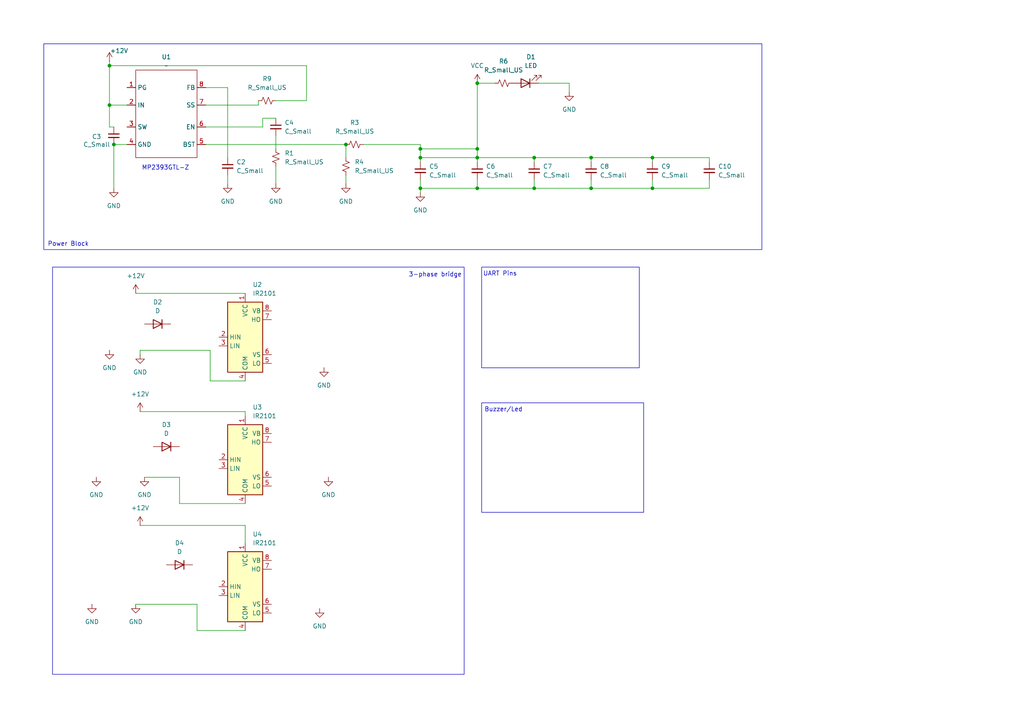
<source format=kicad_sch>
(kicad_sch (version 20250114) (generator "eeschema") (generator_version "9.0")
  (paper "A4")
  (lib_symbols
    (symbol "Device:C_Small" (pin_numbers (hide yes)) (pin_names (offset 0.254) (hide yes))
      (property "Reference" "C" (at 0.254 1.778 0))
      (property "Value" "C_Small" (at 0.254 -2.032 0))
      (symbol "C_Small_0_1"
        (polyline (pts (xy -1.524 0.508) (xy 1.524 0.508)) (stroke (width 0.3048)))
        (polyline (pts (xy -1.524 -0.508) (xy 1.524 -0.508)) (stroke (width 0.3302)))
      )
      (symbol "C_Small_1_1"
        (pin passive line (at 0 2.54 270) (length 2.032) (name "~") (number "1"))
        (pin passive line (at 0 -2.54 90) (length 2.032) (name "~") (number "2"))
      )
    )
    (symbol "Device:D" (pin_numbers (hide yes)) (pin_names (offset 1.016) (hide yes))
      (property "Reference" "D" (at 0 2.54 0))
      (property "Value" "D" (at 0 -2.54 0))
      (symbol "D_0_1"
        (polyline (pts (xy -1.27 1.27) (xy -1.27 -1.27)) (stroke (width 0.254)))
        (polyline (pts (xy 1.27 1.27) (xy 1.27 -1.27) (xy -1.27 0) (xy 1.27 1.27)) (stroke (width 0.254)))
        (polyline (pts (xy 1.27 0) (xy -1.27 0)))
      )
      (symbol "D_1_1"
        (pin passive line (at -3.81 0 0) (length 2.54) (name "K") (number "1"))
        (pin passive line (at 3.81 0 180) (length 2.54) (name "A") (number "2"))
      )
    )
    (symbol "Device:LED" (pin_numbers (hide yes)) (pin_names (offset 1.016) (hide yes))
      (property "Reference" "D" (at 0 2.54 0))
      (property "Value" "LED" (at 0 -2.54 0))
      (symbol "LED_0_1"
        (polyline (pts (xy -3.048 -0.762) (xy -4.572 -2.286) (xy -3.81 -2.286) (xy -4.572 -2.286) (xy -4.572 -1.524)))
        (polyline (pts (xy -1.778 -0.762) (xy -3.302 -2.286) (xy -2.54 -2.286) (xy -3.302 -2.286) (xy -3.302 -1.524)))
        (polyline (pts (xy -1.27 0) (xy 1.27 0)))
        (polyline (pts (xy -1.27 -1.27) (xy -1.27 1.27)) (stroke (width 0.254)))
        (polyline (pts (xy 1.27 -1.27) (xy 1.27 1.27) (xy -1.27 0) (xy 1.27 -1.27)) (stroke (width 0.254)))
      )
      (symbol "LED_1_1"
        (pin passive line (at -3.81 0 0) (length 2.54) (name "K") (number "1"))
        (pin passive line (at 3.81 0 180) (length 2.54) (name "A") (number "2"))
      )
    )
    (symbol "Device:R_Small_US" (pin_numbers (hide yes)) (pin_names (offset 0.254) (hide yes))
      (property "Reference" "R" (at 0.762 0.508 0))
      (property "Value" "R_Small_US" (at 0.762 -1.016 0))
      (symbol "R_Small_US_1_1"
        (polyline (pts (xy 0 1.524) (xy 1.016 1.143) (xy 0 0.762) (xy -1.016 0.381) (xy 0 0)))
        (polyline (pts (xy 0 0) (xy 1.016 -0.381) (xy 0 -0.762) (xy -1.016 -1.143) (xy 0 -1.524)))
        (pin passive line (at 0 2.54 270) (length 1.016) (name "~") (number "1"))
        (pin passive line (at 0 -2.54 90) (length 1.016) (name "~") (number "2"))
      )
    )
    (symbol "Driver_FET:IR2101"
      (property "Reference" "U" (at 1.27 13.335 0))
      (property "Value" "IR2101" (at 1.27 11.43 0))
      (symbol "IR2101_0_1"
        (rectangle (start -5.08 -10.16) (end 5.08 10.16) (stroke (width 0.254)) (fill (type background)))
      )
      (symbol "IR2101_1_1"
        (pin input line (at -7.62 0 0) (length 2.54) (name "HIN") (number "2"))
        (pin input line (at -7.62 -2.54 0) (length 2.54) (name "LIN") (number "3"))
        (pin power_in line (at 0 12.7 270) (length 2.54) (name "VCC") (number "1"))
        (pin power_in line (at 0 -12.7 90) (length 2.54) (name "COM") (number "4"))
        (pin passive line (at 7.62 7.62 180) (length 2.54) (name "VB") (number "8"))
        (pin output line (at 7.62 5.08 180) (length 2.54) (name "HO") (number "7"))
        (pin passive line (at 7.62 -5.08 180) (length 2.54) (name "VS") (number "6"))
        (pin output line (at 7.62 -7.62 180) (length 2.54) (name "LO") (number "5"))
      )
    )
    (symbol "MP2393buckConverter:MP2393buckConverter"
      (property "Reference" "U" (at 0 0 0))
      (symbol "MP2393buckConverter_0_1"
        (rectangle (start 0 25.4) (end 17.78 0))
      )
      (symbol "MP2393buckConverter_1_1"
        (pin input line (at -2.54 20.32 0) (length 2.54) (name "PG") (number "1"))
        (pin input line (at -2.54 15.24 0) (length 2.54) (name "IN") (number "2"))
        (pin input line (at -2.54 8.89 0) (length 2.54) (name "SW") (number "3"))
        (pin input line (at -2.54 3.81 0) (length 2.54) (name "GND") (number "4"))
        (pin input line (at 20.32 20.32 180) (length 2.54) (name "FB") (number "8"))
        (pin input line (at 20.32 15.24 180) (length 2.54) (name "SS") (number "7"))
        (pin input line (at 20.32 8.89 180) (length 2.54) (name "EN") (number "6"))
        (pin input line (at 20.32 3.81 180) (length 2.54) (name "BST") (number "5"))
      )
    )
    (symbol "power:+12V" (power) (pin_numbers (hide yes)) (pin_names (offset 0) (hide yes))
      (property "Value" "+12V" (at 0 3.556 0))
      (symbol "+12V_0_1"
        (polyline (pts (xy -0.762 1.27) (xy 0 2.54)))
        (polyline (pts (xy 0 2.54) (xy 0.762 1.27)))
        (polyline (pts (xy 0 0) (xy 0 2.54)))
      )
      (symbol "+12V_1_1"
        (pin power_in line (at 0 0 90) (length 0) (name "~") (number "1"))
      )
    )
    (symbol "power:GND" (power) (pin_numbers (hide yes)) (pin_names (offset 0) (hide yes))
      (property "Value" "GND" (at 0 -3.81 0))
      (symbol "GND_0_1"
        (polyline (pts (xy 0 0) (xy 0 -1.27) (xy 1.27 -1.27) (xy 0 -2.54) (xy -1.27 -1.27) (xy 0 -1.27)))
      )
      (symbol "GND_1_1"
        (pin power_in line (at 0 0 270) (length 0) (name "~") (number "1"))
      )
    )
    (symbol "power:VCC" (power) (pin_numbers (hide yes)) (pin_names (offset 0) (hide yes))
      (property "Value" "VCC" (at 0 3.556 0))
      (symbol "VCC_0_1"
        (polyline (pts (xy -0.762 1.27) (xy 0 2.54)))
        (polyline (pts (xy 0 2.54) (xy 0.762 1.27)))
        (polyline (pts (xy 0 0) (xy 0 2.54)))
      )
      (symbol "VCC_1_1"
        (pin power_in line (at 0 0 90) (length 0) (name "~") (number "1"))
      )
    )
  )
  (rectangle (start 139.7 116.84) (end 186.69 148.59))
  (rectangle (start 139.7 77.47) (end 185.42 106.68))
  (rectangle (start 15.24 77.47) (end 134.62 195.58))
  (rectangle (start 12.7 12.7) (end 220.98 72.39))
  (text "UART Pins\n" (at 145.034 79.502 0) (effects (font (size 1.27 1.27))))
  (text "MP2393GTL-Z\n" (at 48.006 48.768 0) (effects (font (size 1.27 1.27))))
  (text "3-phase bridge" (at 126.238 79.756 0) (effects (font (size 1.27 1.27))))
  (text "Buzzer/Led\n" (at 146.05 118.872 0) (effects (font (size 1.27 1.27))))
  (text "Power Block\n" (at 19.812 70.866 0) (effects (font (size 1.27 1.27))))
  (junction (at 189.23 45.72))
  (junction (at 171.45 45.72))
  (junction (at 138.43 43.18))
  (junction (at 171.45 54.61))
  (junction (at 121.92 45.72))
  (junction (at 154.94 54.61))
  (junction (at 138.43 54.61))
  (junction (at 100.33 41.91))
  (junction (at 121.92 54.61))
  (junction (at 138.43 24.13))
  (junction (at 31.75 30.48))
  (junction (at 138.43 45.72))
  (junction (at 33.02 41.91))
  (junction (at 31.75 19.05))
  (junction (at 154.94 45.72))
  (junction (at 189.23 54.61))
  (junction (at 121.92 43.18))
  (wire (pts (xy 80.01 39.37) (xy 80.01 43.18)))
  (wire (pts (xy 80.01 29.21) (xy 88.9 29.21)))
  (wire (pts (xy 41.91 138.43) (xy 52.07 138.43)))
  (wire (pts (xy 121.92 54.61) (xy 121.92 55.88)))
  (wire (pts (xy 165.1 24.13) (xy 165.1 26.67)))
  (wire (pts (xy 74.93 30.48) (xy 74.93 29.21)))
  (wire (pts (xy 40.64 101.6) (xy 60.96 101.6)))
  (wire (pts (xy 171.45 45.72) (xy 171.45 46.99)))
  (wire (pts (xy 31.75 17.78) (xy 31.75 19.05)))
  (wire (pts (xy 31.75 36.83) (xy 33.02 36.83)))
  (wire (pts (xy 39.37 85.09) (xy 71.12 85.09)))
  (wire (pts (xy 121.92 54.61) (xy 138.43 54.61)))
  (wire (pts (xy 189.23 54.61) (xy 205.74 54.61)))
  (wire (pts (xy 205.74 45.72) (xy 205.74 46.99)))
  (wire (pts (xy 121.92 43.18) (xy 121.92 45.72)))
  (wire (pts (xy 88.9 19.05) (xy 88.9 29.21)))
  (wire (pts (xy 59.69 25.4) (xy 66.04 25.4)))
  (wire (pts (xy 33.02 41.91) (xy 33.02 54.61)))
  (wire (pts (xy 121.92 41.91) (xy 121.92 43.18)))
  (wire (pts (xy 189.23 45.72) (xy 189.23 46.99)))
  (wire (pts (xy 31.75 30.48) (xy 36.83 30.48)))
  (wire (pts (xy 154.94 54.61) (xy 154.94 52.07)))
  (wire (pts (xy 138.43 54.61) (xy 138.43 52.07)))
  (wire (pts (xy 154.94 54.61) (xy 171.45 54.61)))
  (wire (pts (xy 40.64 152.4) (xy 71.12 152.4)))
  (wire (pts (xy 138.43 24.13) (xy 143.51 24.13)))
  (wire (pts (xy 59.69 30.48) (xy 74.93 30.48)))
  (wire (pts (xy 121.92 45.72) (xy 138.43 45.72)))
  (wire (pts (xy 189.23 45.72) (xy 205.74 45.72)))
  (wire (pts (xy 71.12 119.38) (xy 71.12 120.65)))
  (wire (pts (xy 52.07 146.05) (xy 71.12 146.05)))
  (wire (pts (xy 138.43 45.72) (xy 154.94 45.72)))
  (wire (pts (xy 100.33 41.91) (xy 100.33 45.72)))
  (wire (pts (xy 171.45 54.61) (xy 189.23 54.61)))
  (wire (pts (xy 31.75 19.05) (xy 31.75 30.48)))
  (wire (pts (xy 60.96 101.6) (xy 60.96 110.49)))
  (wire (pts (xy 205.74 54.61) (xy 205.74 52.07)))
  (wire (pts (xy 36.83 41.91) (xy 33.02 41.91)))
  (wire (pts (xy 52.07 138.43) (xy 52.07 146.05)))
  (wire (pts (xy 154.94 45.72) (xy 154.94 46.99)))
  (wire (pts (xy 138.43 54.61) (xy 154.94 54.61)))
  (wire (pts (xy 80.01 48.26) (xy 80.01 53.34)))
  (wire (pts (xy 76.2 34.29) (xy 80.01 34.29)))
  (wire (pts (xy 39.37 175.26) (xy 57.15 175.26)))
  (wire (pts (xy 138.43 43.18) (xy 138.43 24.13)))
  (wire (pts (xy 189.23 54.61) (xy 189.23 52.07)))
  (wire (pts (xy 40.64 119.38) (xy 71.12 119.38)))
  (wire (pts (xy 66.04 25.4) (xy 66.04 45.72)))
  (wire (pts (xy 121.92 45.72) (xy 121.92 46.99)))
  (wire (pts (xy 121.92 52.07) (xy 121.92 54.61)))
  (wire (pts (xy 154.94 45.72) (xy 171.45 45.72)))
  (wire (pts (xy 171.45 45.72) (xy 189.23 45.72)))
  (wire (pts (xy 66.04 50.8) (xy 66.04 53.34)))
  (wire (pts (xy 60.96 110.49) (xy 71.12 110.49)))
  (wire (pts (xy 76.2 36.83) (xy 76.2 34.29)))
  (wire (pts (xy 57.15 175.26) (xy 57.15 182.88)))
  (wire (pts (xy 59.69 36.83) (xy 76.2 36.83)))
  (wire (pts (xy 40.64 102.87) (xy 40.64 101.6)))
  (wire (pts (xy 156.21 24.13) (xy 165.1 24.13)))
  (wire (pts (xy 59.69 41.91) (xy 100.33 41.91)))
  (wire (pts (xy 171.45 54.61) (xy 171.45 52.07)))
  (wire (pts (xy 100.33 50.8) (xy 100.33 53.34)))
  (wire (pts (xy 105.41 41.91) (xy 121.92 41.91)))
  (wire (pts (xy 31.75 30.48) (xy 31.75 36.83)))
  (wire (pts (xy 88.9 19.05) (xy 31.75 19.05)))
  (wire (pts (xy 71.12 152.4) (xy 71.12 157.48)))
  (wire (pts (xy 138.43 43.18) (xy 138.43 45.72)))
  (wire (pts (xy 121.92 43.18) (xy 138.43 43.18)))
  (wire (pts (xy 138.43 45.72) (xy 138.43 46.99)))
  (wire (pts (xy 57.15 182.88) (xy 71.12 182.88)))
  (symbol (lib_id "Device:C_Small") (at 33.02 39.37 0) (unit 1)
    (property "Reference" "C3" (at 26.67 39.624 0) (effects (justify left)))
    (property "Value" "C_Small" (at 24.13 41.91 0) (effects (justify left)))
    (property "Description" "Unpolarized capacitor, small symbol" (effects (hide yes)))
  )
  (symbol (lib_id "Device:R_Small_US") (at 146.05 24.13 90) (unit 1)
    (property "Reference" "R6" (at 146.05 17.78 90))
    (property "Value" "R_Small_US" (at 146.05 20.32 90))
    (property "Description" "Resistor, small US symbol" (effects (hide yes)))
  )
  (symbol (lib_id "Device:C_Small") (at 189.23 49.53 0) (unit 1)
    (property "Reference" "C9" (at 191.77 48.2662 0) (effects (justify left)))
    (property "Value" "C_Small" (at 191.77 50.8062 0) (effects (justify left)))
    (property "Description" "Unpolarized capacitor, small symbol" (effects (hide yes)))
  )
  (symbol (lib_id "power:+12V") (at 31.75 17.78 0) (unit 1)
    (property "Reference" "#PWR01" (effects (hide yes)))
    (property "Value" "+12V" (at 34.544 14.732 0))
    (property "Description" "Power symbol creates a global label with name \"+12V\"" (effects (hide yes)))
  )
  (symbol (lib_id "power:GND") (at 100.33 53.34 0) (unit 1)
    (property "Reference" "#PWR05" (effects (hide yes)))
    (property "Value" "GND" (at 100.33 58.42 0))
    (property "Description" "Power symbol creates a global label with name \"GND\" , ground" (effects (hide yes)))
  )
  (symbol (lib_id "Device:C_Small") (at 171.45 49.53 0) (unit 1)
    (property "Reference" "C8" (at 173.99 48.2662 0) (effects (justify left)))
    (property "Value" "C_Small" (at 173.99 50.8062 0) (effects (justify left)))
    (property "Description" "Unpolarized capacitor, small symbol" (effects (hide yes)))
  )
  (symbol (lib_id "power:GND") (at 40.64 102.87 0) (unit 1)
    (property "Reference" "#PWR010" (effects (hide yes)))
    (property "Value" "GND" (at 40.64 107.95 0))
    (property "Description" "Power symbol creates a global label with name \"GND\" , ground" (effects (hide yes)))
  )
  (symbol (lib_id "Device:C_Small") (at 205.74 49.53 0) (unit 1)
    (property "Reference" "C10" (at 208.28 48.2662 0) (effects (justify left)))
    (property "Value" "C_Small" (at 208.28 50.8062 0) (effects (justify left)))
    (property "Description" "Unpolarized capacitor, small symbol" (effects (hide yes)))
  )
  (symbol (lib_id "Device:R_Small_US") (at 102.87 41.91 90) (unit 1)
    (property "Reference" "R3" (at 102.87 35.56 90))
    (property "Value" "R_Small_US" (at 102.87 38.1 90))
    (property "Description" "Resistor, small US symbol" (effects (hide yes)))
  )
  (symbol (lib_id "Device:D") (at 52.07 163.83 180) (unit 1)
    (property "Reference" "D4" (at 52.07 157.48 0))
    (property "Value" "D" (at 52.07 160.02 0))
    (property "Description" "Diode" (effects (hide yes)))
    (property "Sim.Device" "D" (effects (hide yes)))
    (property "Sim.Pins" "1=K 2=A" (effects (hide yes)))
  )
  (symbol (lib_id "Device:C_Small") (at 154.94 49.53 0) (unit 1)
    (property "Reference" "C7" (at 157.48 48.2662 0) (effects (justify left)))
    (property "Value" "C_Small" (at 157.48 50.8062 0) (effects (justify left)))
    (property "Description" "Unpolarized capacitor, small symbol" (effects (hide yes)))
  )
  (symbol (lib_id "power:GND") (at 41.91 138.43 0) (unit 1)
    (property "Reference" "#PWR012" (effects (hide yes)))
    (property "Value" "GND" (at 41.91 143.51 0))
    (property "Description" "Power symbol creates a global label with name \"GND\" , ground" (effects (hide yes)))
  )
  (symbol (lib_id "MP2393buckConverter:MP2393buckConverter") (at 39.37 45.72 0) (unit 1)
    (property "Reference" "U1" (at 48.26 16.51 0))
    (property "Value" "~" (at 48.26 19.05 0))
  )
  (symbol (lib_id "Device:R_Small_US") (at 77.47 29.21 90) (unit 1)
    (property "Reference" "R9" (at 77.47 22.86 90))
    (property "Value" "R_Small_US" (at 77.47 25.4 90))
    (property "Description" "Resistor, small US symbol" (effects (hide yes)))
  )
  (symbol (lib_id "power:GND") (at 31.75 101.6 0) (unit 1)
    (property "Reference" "#PWR09" (effects (hide yes)))
    (property "Value" "GND" (at 31.75 106.68 0))
    (property "Description" "Power symbol creates a global label with name \"GND\" , ground" (effects (hide yes)))
  )
  (symbol (lib_id "power:+12V") (at 40.64 152.4 0) (unit 1)
    (property "Reference" "#PWR020" (effects (hide yes)))
    (property "Value" "+12V" (at 40.64 147.32 0))
    (property "Description" "Power symbol creates a global label with name \"+12V\"" (effects (hide yes)))
  )
  (symbol (lib_id "Device:C_Small") (at 80.01 36.83 0) (unit 1)
    (property "Reference" "C4" (at 82.55 35.5662 0) (effects (justify left)))
    (property "Value" "C_Small" (at 82.55 38.1062 0) (effects (justify left)))
    (property "Description" "Unpolarized capacitor, small symbol" (effects (hide yes)))
  )
  (symbol (lib_id "Driver_FET:IR2101") (at 71.12 133.35 0) (unit 1)
    (property "Reference" "U3" (at 73.2633 118.11 0) (effects (justify left)))
    (property "Value" "IR2101" (at 73.2633 120.65 0) (effects (justify left)))
    (property "Datasheet" "https://www.infineon.com/dgdl/ir2101.pdf?fileId=5546d462533600a4015355c7a755166c" (effects (hide yes)))
    (property "Description" "High and Low Side Driver, 600V, 210/360mA, PDIP-8/SOIC-8" (effects (hide yes)))
  )
  (symbol (lib_id "power:GND") (at 33.02 54.61 0) (unit 1)
    (property "Reference" "#PWR02" (effects (hide yes)))
    (property "Value" "GND" (at 33.02 59.69 0))
    (property "Description" "Power symbol creates a global label with name \"GND\" , ground" (effects (hide yes)))
  )
  (symbol (lib_id "power:VCC") (at 138.43 24.13 0) (unit 1)
    (property "Reference" "#PWR08" (effects (hide yes)))
    (property "Value" "VCC" (at 138.43 19.05 0))
    (property "Description" "Power symbol creates a global label with name \"VCC\"" (effects (hide yes)))
  )
  (symbol (lib_id "Device:C_Small") (at 66.04 48.26 0) (unit 1)
    (property "Reference" "C2" (at 68.58 46.9962 0) (effects (justify left)))
    (property "Value" "C_Small" (at 68.58 49.5362 0) (effects (justify left)))
    (property "Description" "Unpolarized capacitor, small symbol" (effects (hide yes)))
  )
  (symbol (lib_id "Device:D") (at 45.72 93.98 180) (unit 1)
    (property "Reference" "D2" (at 45.72 87.63 0))
    (property "Value" "D" (at 45.72 90.17 0))
    (property "Description" "Diode" (effects (hide yes)))
    (property "Sim.Device" "D" (effects (hide yes)))
    (property "Sim.Pins" "1=K 2=A" (effects (hide yes)))
  )
  (symbol (lib_id "power:GND") (at 80.01 53.34 0) (unit 1)
    (property "Reference" "#PWR04" (effects (hide yes)))
    (property "Value" "GND" (at 80.01 58.42 0))
    (property "Description" "Power symbol creates a global label with name \"GND\" , ground" (effects (hide yes)))
  )
  (symbol (lib_id "power:+12V") (at 40.64 119.38 0) (unit 1)
    (property "Reference" "#PWR019" (effects (hide yes)))
    (property "Value" "+12V" (at 40.64 114.3 0))
    (property "Description" "Power symbol creates a global label with name \"+12V\"" (effects (hide yes)))
  )
  (symbol (lib_id "Device:D") (at 48.26 129.54 180) (unit 1)
    (property "Reference" "D3" (at 48.26 123.19 0))
    (property "Value" "D" (at 48.26 125.73 0))
    (property "Description" "Diode" (effects (hide yes)))
    (property "Sim.Device" "D" (effects (hide yes)))
    (property "Sim.Pins" "1=K 2=A" (effects (hide yes)))
  )
  (symbol (lib_id "power:GND") (at 93.98 106.68 0) (unit 1)
    (property "Reference" "#PWR017" (effects (hide yes)))
    (property "Value" "GND" (at 93.98 111.76 0))
    (property "Description" "Power symbol creates a global label with name \"GND\" , ground" (effects (hide yes)))
  )
  (symbol (lib_id "power:GND") (at 121.92 55.88 0) (unit 1)
    (property "Reference" "#PWR06" (effects (hide yes)))
    (property "Value" "GND" (at 121.92 60.96 0))
    (property "Description" "Power symbol creates a global label with name \"GND\" , ground" (effects (hide yes)))
  )
  (symbol (lib_id "Device:LED") (at 152.4 24.13 180) (unit 1)
    (property "Reference" "D1" (at 153.9875 16.51 0))
    (property "Value" "LED" (at 153.9875 19.05 0))
    (property "Description" "Light emitting diode" (effects (hide yes)))
    (property "Sim.Pins" "1=K 2=A" (effects (hide yes)))
  )
  (symbol (lib_id "power:GND") (at 66.04 53.34 0) (unit 1)
    (property "Reference" "#PWR03" (effects (hide yes)))
    (property "Value" "GND" (at 66.04 58.42 0))
    (property "Description" "Power symbol creates a global label with name \"GND\" , ground" (effects (hide yes)))
  )
  (symbol (lib_id "power:GND") (at 27.94 138.43 0) (unit 1)
    (property "Reference" "#PWR011" (effects (hide yes)))
    (property "Value" "GND" (at 27.94 143.51 0))
    (property "Description" "Power symbol creates a global label with name \"GND\" , ground" (effects (hide yes)))
  )
  (symbol (lib_id "Device:R_Small_US") (at 100.33 48.26 180) (unit 1)
    (property "Reference" "R4" (at 102.87 46.9899 0) (effects (justify right)))
    (property "Value" "R_Small_US" (at 102.87 49.5299 0) (effects (justify right)))
    (property "Description" "Resistor, small US symbol" (effects (hide yes)))
  )
  (symbol (lib_id "power:GND") (at 95.25 138.43 0) (unit 1)
    (property "Reference" "#PWR016" (effects (hide yes)))
    (property "Value" "GND" (at 95.25 143.51 0))
    (property "Description" "Power symbol creates a global label with name \"GND\" , ground" (effects (hide yes)))
  )
  (symbol (lib_id "power:GND") (at 165.1 26.67 0) (unit 1)
    (property "Reference" "#PWR07" (effects (hide yes)))
    (property "Value" "GND" (at 165.1 31.75 0))
    (property "Description" "Power symbol creates a global label with name \"GND\" , ground" (effects (hide yes)))
  )
  (symbol (lib_id "power:GND") (at 92.71 176.53 0) (unit 1)
    (property "Reference" "#PWR015" (effects (hide yes)))
    (property "Value" "GND" (at 92.71 181.61 0))
    (property "Description" "Power symbol creates a global label with name \"GND\" , ground" (effects (hide yes)))
  )
  (symbol (lib_id "Driver_FET:IR2101") (at 71.12 97.79 0) (unit 1)
    (property "Reference" "U2" (at 73.2633 82.55 0) (effects (justify left)))
    (property "Value" "IR2101" (at 73.2633 85.09 0) (effects (justify left)))
    (property "Datasheet" "https://www.infineon.com/dgdl/ir2101.pdf?fileId=5546d462533600a4015355c7a755166c" (effects (hide yes)))
    (property "Description" "High and Low Side Driver, 600V, 210/360mA, PDIP-8/SOIC-8" (effects (hide yes)))
  )
  (symbol (lib_id "Device:C_Small") (at 121.92 49.53 0) (unit 1)
    (property "Reference" "C5" (at 124.46 48.2662 0) (effects (justify left)))
    (property "Value" "C_Small" (at 124.46 50.8062 0) (effects (justify left)))
    (property "Description" "Unpolarized capacitor, small symbol" (effects (hide yes)))
  )
  (symbol (lib_id "power:GND") (at 39.37 175.26 0) (unit 1)
    (property "Reference" "#PWR014" (effects (hide yes)))
    (property "Value" "GND" (at 39.37 180.34 0))
    (property "Description" "Power symbol creates a global label with name \"GND\" , ground" (effects (hide yes)))
  )
  (symbol (lib_id "power:+12V") (at 39.37 85.09 0) (unit 1)
    (property "Reference" "#PWR018" (effects (hide yes)))
    (property "Value" "+12V" (at 39.37 80.01 0))
    (property "Description" "Power symbol creates a global label with name \"+12V\"" (effects (hide yes)))
  )
  (symbol (lib_id "Driver_FET:IR2101") (at 71.12 170.18 0) (unit 1)
    (property "Reference" "U4" (at 73.2633 154.94 0) (effects (justify left)))
    (property "Value" "IR2101" (at 73.2633 157.48 0) (effects (justify left)))
    (property "Datasheet" "https://www.infineon.com/dgdl/ir2101.pdf?fileId=5546d462533600a4015355c7a755166c" (effects (hide yes)))
    (property "Description" "High and Low Side Driver, 600V, 210/360mA, PDIP-8/SOIC-8" (effects (hide yes)))
  )
  (symbol (lib_id "Device:C_Small") (at 138.43 49.53 0) (unit 1)
    (property "Reference" "C6" (at 140.97 48.2662 0) (effects (justify left)))
    (property "Value" "C_Small" (at 140.97 50.8062 0) (effects (justify left)))
    (property "Description" "Unpolarized capacitor, small symbol" (effects (hide yes)))
  )
  (symbol (lib_id "power:GND") (at 26.67 175.26 0) (unit 1)
    (property "Reference" "#PWR013" (effects (hide yes)))
    (property "Value" "GND" (at 26.67 180.34 0))
    (property "Description" "Power symbol creates a global label with name \"GND\" , ground" (effects (hide yes)))
  )
  (symbol (lib_id "Device:R_Small_US") (at 80.01 45.72 180) (unit 1)
    (property "Reference" "R1" (at 82.55 44.4499 0) (effects (justify right)))
    (property "Value" "R_Small_US" (at 82.55 46.9899 0) (effects (justify right)))
    (property "Description" "Resistor, small US symbol" (effects (hide yes)))
  )
)
</source>
